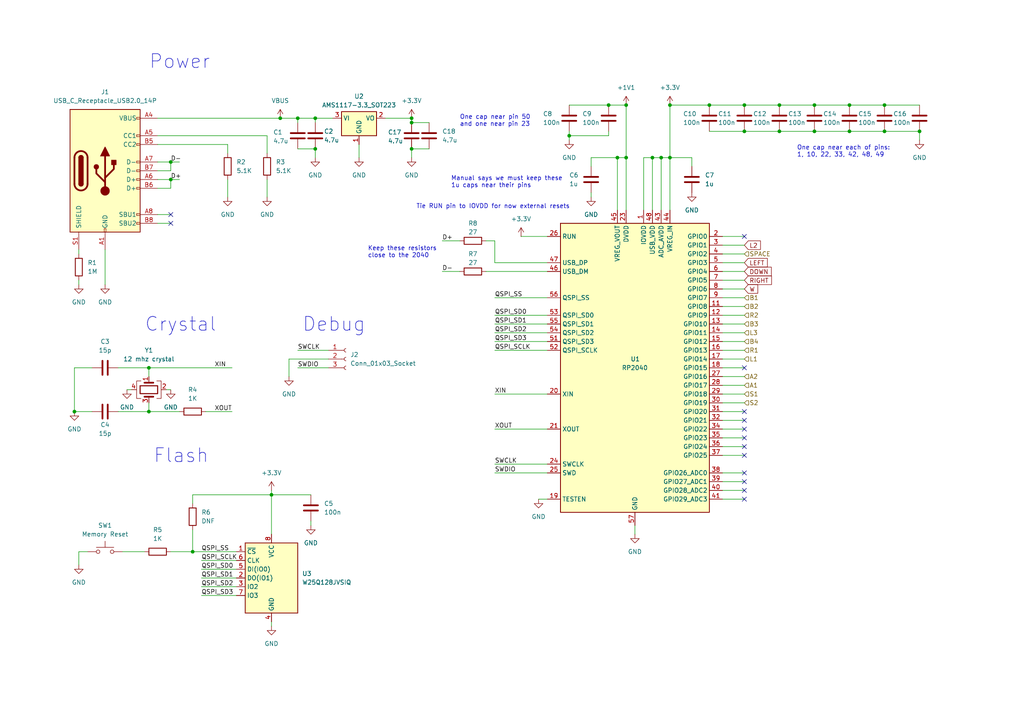
<source format=kicad_sch>
(kicad_sch (version 20231120) (generator "eeschema") (generator_version "8.0")
  (paper "A4")
  (lib_symbols
    (symbol "+3.3V_1" (power) (pin_numbers hide) (pin_names (offset 0) hide)
      (property "Value" "+3.3V" (at 0 3.556 0))
      (symbol "+3.3V_1_0_1"
        (polyline (pts (xy -0.762 1.27) (xy 0 2.54)))
        (polyline (pts (xy 0 0) (xy 0 2.54)))
        (polyline (pts (xy 0 2.54) (xy 0.762 1.27)))
      )
      (symbol "+3.3V_1_1_1"
        (pin power_in line (at 0 0 90) (length 0) (name "~") (number "1"))
      )
    )
    (symbol "Connector:Conn_01x03_Socket" (pin_names (offset 1.016) hide)
      (property "Reference" "J" (at 0 5.08 0))
      (property "Value" "Conn_01x03_Socket" (at 0 -5.08 0))
      (symbol "Conn_01x03_Socket_1_1"
        (arc (start 0 -2.032) (mid -0.5058 -2.54) (end 0 -3.048) (stroke (width 0.1524)))
        (polyline (pts (xy -1.27 -2.54) (xy -0.508 -2.54)) (stroke (width 0.1524)))
        (polyline (pts (xy -1.27 0) (xy -0.508 0)) (stroke (width 0.1524)))
        (polyline (pts (xy -1.27 2.54) (xy -0.508 2.54)) (stroke (width 0.1524)))
        (arc (start 0 0.508) (mid -0.5058 0) (end 0 -0.508) (stroke (width 0.1524)))
        (arc (start 0 3.048) (mid -0.5058 2.54) (end 0 2.032) (stroke (width 0.1524)))
        (pin passive line (at -5.08 2.54 0) (length 3.81) (name "Pin_1") (number "1"))
        (pin passive line (at -5.08 0 0) (length 3.81) (name "Pin_2") (number "2"))
        (pin passive line (at -5.08 -2.54 0) (length 3.81) (name "Pin_3") (number "3"))
      )
    )
    (symbol "Connector:USB_C_Receptacle_USB2.0_16P" (pin_names (offset 1.016))
      (property "Reference" "J" (at 0 22.225 0))
      (property "Value" "USB_C_Receptacle_USB2.0_16P" (at 0 19.685 0))
      (symbol "USB_C_Receptacle_USB2.0_16P_0_0"
        (rectangle (start -0.254 -17.78) (end 0.254 -16.764))
        (rectangle (start 10.16 -14.986) (end 9.144 -15.494))
        (rectangle (start 10.16 -12.446) (end 9.144 -12.954))
        (rectangle (start 10.16 -4.826) (end 9.144 -5.334))
        (rectangle (start 10.16 -2.286) (end 9.144 -2.794))
        (rectangle (start 10.16 0.254) (end 9.144 -0.254))
        (rectangle (start 10.16 2.794) (end 9.144 2.286))
        (rectangle (start 10.16 7.874) (end 9.144 7.366))
        (rectangle (start 10.16 10.414) (end 9.144 9.906))
        (rectangle (start 10.16 15.494) (end 9.144 14.986))
      )
      (symbol "USB_C_Receptacle_USB2.0_16P_0_1"
        (rectangle (start -10.16 17.78) (end 10.16 -17.78) (stroke (width 0.254)) (fill (type background)))
        (arc (start -8.89 -3.81) (mid -6.985 -5.7067) (end -5.08 -3.81) (stroke (width 0.508)))
        (arc (start -7.62 -3.81) (mid -6.985 -4.4423) (end -6.35 -3.81) (stroke (width 0.254)))
        (arc (start -7.62 -3.81) (mid -6.985 -4.4423) (end -6.35 -3.81) (stroke (width 0.254)) (fill (type outline)))
        (rectangle (start -7.62 -3.81) (end -6.35 3.81) (stroke (width 0.254)) (fill (type outline)))
        (arc (start -6.35 3.81) (mid -6.985 4.4423) (end -7.62 3.81) (stroke (width 0.254)))
        (arc (start -6.35 3.81) (mid -6.985 4.4423) (end -7.62 3.81) (stroke (width 0.254)) (fill (type outline)))
        (arc (start -5.08 3.81) (mid -6.985 5.7067) (end -8.89 3.81) (stroke (width 0.508)))
        (circle (center -2.54 1.143) (radius 0.635) (stroke (width 0.254)) (fill (type outline)))
        (circle (center 0 -5.842) (radius 1.27) (fill (type outline)))
        (polyline (pts (xy -8.89 -3.81) (xy -8.89 3.81)) (stroke (width 0.508)))
        (polyline (pts (xy -5.08 3.81) (xy -5.08 -3.81)) (stroke (width 0.508)))
        (polyline (pts (xy 0 -5.842) (xy 0 4.318)) (stroke (width 0.508)))
        (polyline (pts (xy 0 -3.302) (xy -2.54 -0.762) (xy -2.54 0.508)) (stroke (width 0.508)))
        (polyline (pts (xy 0 -2.032) (xy 2.54 0.508) (xy 2.54 1.778)) (stroke (width 0.508)))
        (polyline (pts (xy -1.27 4.318) (xy 0 6.858) (xy 1.27 4.318) (xy -1.27 4.318)) (stroke (width 0.254)) (fill (type outline)))
        (rectangle (start 1.905 1.778) (end 3.175 3.048) (stroke (width 0.254)) (fill (type outline)))
      )
      (symbol "USB_C_Receptacle_USB2.0_16P_1_1"
        (pin passive line (at 0 -22.86 90) (length 5.08) (name "GND") (number "A1"))
        (pin passive line (at 0 -22.86 90) (length 5.08) hide (name "GND") (number "A12"))
        (pin passive line (at 15.24 15.24 180) (length 5.08) (name "VBUS") (number "A4"))
        (pin bidirectional line (at 15.24 10.16 180) (length 5.08) (name "CC1") (number "A5"))
        (pin bidirectional line (at 15.24 -2.54 180) (length 5.08) (name "D+") (number "A6"))
        (pin bidirectional line (at 15.24 2.54 180) (length 5.08) (name "D-") (number "A7"))
        (pin bidirectional line (at 15.24 -12.7 180) (length 5.08) (name "SBU1") (number "A8"))
        (pin passive line (at 15.24 15.24 180) (length 5.08) hide (name "VBUS") (number "A9"))
        (pin passive line (at 0 -22.86 90) (length 5.08) hide (name "GND") (number "B1"))
        (pin passive line (at 0 -22.86 90) (length 5.08) hide (name "GND") (number "B12"))
        (pin passive line (at 15.24 15.24 180) (length 5.08) hide (name "VBUS") (number "B4"))
        (pin bidirectional line (at 15.24 7.62 180) (length 5.08) (name "CC2") (number "B5"))
        (pin bidirectional line (at 15.24 -5.08 180) (length 5.08) (name "D+") (number "B6"))
        (pin bidirectional line (at 15.24 0 180) (length 5.08) (name "D-") (number "B7"))
        (pin bidirectional line (at 15.24 -15.24 180) (length 5.08) (name "SBU2") (number "B8"))
        (pin passive line (at 15.24 15.24 180) (length 5.08) hide (name "VBUS") (number "B9"))
        (pin passive line (at -7.62 -22.86 90) (length 5.08) (name "SHIELD") (number "S1"))
      )
    )
    (symbol "Device:C" (pin_numbers hide) (pin_names (offset 0.254))
      (property "Reference" "C" (at 0.635 2.54 0))
      (property "Value" "C" (at 0.635 -2.54 0))
      (symbol "C_0_1"
        (polyline (pts (xy -2.032 -0.762) (xy 2.032 -0.762)) (stroke (width 0.508)))
        (polyline (pts (xy -2.032 0.762) (xy 2.032 0.762)) (stroke (width 0.508)))
      )
      (symbol "C_1_1"
        (pin passive line (at 0 3.81 270) (length 2.794) (name "~") (number "1"))
        (pin passive line (at 0 -3.81 90) (length 2.794) (name "~") (number "2"))
      )
    )
    (symbol "Device:Crystal_GND24" (pin_names (offset 1.016) hide)
      (property "Reference" "Y" (at 3.175 5.08 0))
      (property "Value" "Crystal_GND24" (at 3.175 3.175 0))
      (symbol "Crystal_GND24_0_1"
        (rectangle (start -1.143 2.54) (end 1.143 -2.54) (stroke (width 0.3048)))
        (polyline (pts (xy -2.54 0) (xy -2.032 0)))
        (polyline (pts (xy -2.032 -1.27) (xy -2.032 1.27)) (stroke (width 0.508)))
        (polyline (pts (xy 0 -3.81) (xy 0 -3.556)))
        (polyline (pts (xy 0 3.556) (xy 0 3.81)))
        (polyline (pts (xy 2.032 -1.27) (xy 2.032 1.27)) (stroke (width 0.508)))
        (polyline (pts (xy 2.032 0) (xy 2.54 0)))
        (polyline (pts (xy -2.54 -2.286) (xy -2.54 -3.556) (xy 2.54 -3.556) (xy 2.54 -2.286)))
        (polyline (pts (xy -2.54 2.286) (xy -2.54 3.556) (xy 2.54 3.556) (xy 2.54 2.286)))
      )
      (symbol "Crystal_GND24_1_1"
        (pin passive line (at -3.81 0 0) (length 1.27) (name "1") (number "1"))
        (pin passive line (at 0 5.08 270) (length 1.27) (name "2") (number "2"))
        (pin passive line (at 3.81 0 180) (length 1.27) (name "3") (number "3"))
        (pin passive line (at 0 -5.08 90) (length 1.27) (name "4") (number "4"))
      )
    )
    (symbol "Device:R" (pin_numbers hide) (pin_names (offset 0))
      (property "Reference" "R" (at 2.032 0 90))
      (property "Value" "R" (at 0 0 90))
      (symbol "R_0_1"
        (rectangle (start -1.016 -2.54) (end 1.016 2.54) (stroke (width 0.254)))
      )
      (symbol "R_1_1"
        (pin passive line (at 0 3.81 270) (length 1.27) (name "~") (number "1"))
        (pin passive line (at 0 -3.81 90) (length 1.27) (name "~") (number "2"))
      )
    )
    (symbol "MCU_RaspberryPi:RP2040"
      (property "Reference" "U" (at 17.78 45.72 0))
      (property "Value" "RP2040" (at 17.78 43.18 0))
      (symbol "RP2040_0_1"
        (rectangle (start -21.59 41.91) (end 21.59 -41.91) (stroke (width 0.254)) (fill (type background)))
      )
      (symbol "RP2040_1_1"
        (pin power_in line (at 2.54 45.72 270) (length 3.81) (name "IOVDD") (number "1"))
        (pin passive line (at 2.54 45.72 270) (length 3.81) hide (name "IOVDD") (number "10"))
        (pin bidirectional line (at 25.4 17.78 180) (length 3.81) (name "GPIO8") (number "11"))
        (pin bidirectional line (at 25.4 15.24 180) (length 3.81) (name "GPIO9") (number "12"))
        (pin bidirectional line (at 25.4 12.7 180) (length 3.81) (name "GPIO10") (number "13"))
        (pin bidirectional line (at 25.4 10.16 180) (length 3.81) (name "GPIO11") (number "14"))
        (pin bidirectional line (at 25.4 7.62 180) (length 3.81) (name "GPIO12") (number "15"))
        (pin bidirectional line (at 25.4 5.08 180) (length 3.81) (name "GPIO13") (number "16"))
        (pin bidirectional line (at 25.4 2.54 180) (length 3.81) (name "GPIO14") (number "17"))
        (pin bidirectional line (at 25.4 0 180) (length 3.81) (name "GPIO15") (number "18"))
        (pin input line (at -25.4 -38.1 0) (length 3.81) (name "TESTEN") (number "19"))
        (pin bidirectional line (at 25.4 38.1 180) (length 3.81) (name "GPIO0") (number "2"))
        (pin input line (at -25.4 -7.62 0) (length 3.81) (name "XIN") (number "20"))
        (pin passive line (at -25.4 -17.78 0) (length 3.81) (name "XOUT") (number "21"))
        (pin passive line (at 2.54 45.72 270) (length 3.81) hide (name "IOVDD") (number "22"))
        (pin power_in line (at -2.54 45.72 270) (length 3.81) (name "DVDD") (number "23"))
        (pin input line (at -25.4 -27.94 0) (length 3.81) (name "SWCLK") (number "24"))
        (pin bidirectional line (at -25.4 -30.48 0) (length 3.81) (name "SWD") (number "25"))
        (pin input line (at -25.4 38.1 0) (length 3.81) (name "RUN") (number "26"))
        (pin bidirectional line (at 25.4 -2.54 180) (length 3.81) (name "GPIO16") (number "27"))
        (pin bidirectional line (at 25.4 -5.08 180) (length 3.81) (name "GPIO17") (number "28"))
        (pin bidirectional line (at 25.4 -7.62 180) (length 3.81) (name "GPIO18") (number "29"))
        (pin bidirectional line (at 25.4 35.56 180) (length 3.81) (name "GPIO1") (number "3"))
        (pin bidirectional line (at 25.4 -10.16 180) (length 3.81) (name "GPIO19") (number "30"))
        (pin bidirectional line (at 25.4 -12.7 180) (length 3.81) (name "GPIO20") (number "31"))
        (pin bidirectional line (at 25.4 -15.24 180) (length 3.81) (name "GPIO21") (number "32"))
        (pin passive line (at 2.54 45.72 270) (length 3.81) hide (name "IOVDD") (number "33"))
        (pin bidirectional line (at 25.4 -17.78 180) (length 3.81) (name "GPIO22") (number "34"))
        (pin bidirectional line (at 25.4 -20.32 180) (length 3.81) (name "GPIO23") (number "35"))
        (pin bidirectional line (at 25.4 -22.86 180) (length 3.81) (name "GPIO24") (number "36"))
        (pin bidirectional line (at 25.4 -25.4 180) (length 3.81) (name "GPIO25") (number "37"))
        (pin bidirectional line (at 25.4 -30.48 180) (length 3.81) (name "GPIO26_ADC0") (number "38"))
        (pin bidirectional line (at 25.4 -33.02 180) (length 3.81) (name "GPIO27_ADC1") (number "39"))
        (pin bidirectional line (at 25.4 33.02 180) (length 3.81) (name "GPIO2") (number "4"))
        (pin bidirectional line (at 25.4 -35.56 180) (length 3.81) (name "GPIO28_ADC2") (number "40"))
        (pin bidirectional line (at 25.4 -38.1 180) (length 3.81) (name "GPIO29_ADC3") (number "41"))
        (pin passive line (at 2.54 45.72 270) (length 3.81) hide (name "IOVDD") (number "42"))
        (pin power_in line (at 7.62 45.72 270) (length 3.81) (name "ADC_AVDD") (number "43"))
        (pin power_in line (at 10.16 45.72 270) (length 3.81) (name "VREG_IN") (number "44"))
        (pin power_out line (at -5.08 45.72 270) (length 3.81) (name "VREG_VOUT") (number "45"))
        (pin bidirectional line (at -25.4 27.94 0) (length 3.81) (name "USB_DM") (number "46"))
        (pin bidirectional line (at -25.4 30.48 0) (length 3.81) (name "USB_DP") (number "47"))
        (pin power_in line (at 5.08 45.72 270) (length 3.81) (name "USB_VDD") (number "48"))
        (pin passive line (at 2.54 45.72 270) (length 3.81) hide (name "IOVDD") (number "49"))
        (pin bidirectional line (at 25.4 30.48 180) (length 3.81) (name "GPIO3") (number "5"))
        (pin passive line (at -2.54 45.72 270) (length 3.81) hide (name "DVDD") (number "50"))
        (pin bidirectional line (at -25.4 7.62 0) (length 3.81) (name "QSPI_SD3") (number "51"))
        (pin output line (at -25.4 5.08 0) (length 3.81) (name "QSPI_SCLK") (number "52"))
        (pin bidirectional line (at -25.4 15.24 0) (length 3.81) (name "QSPI_SD0") (number "53"))
        (pin bidirectional line (at -25.4 10.16 0) (length 3.81) (name "QSPI_SD2") (number "54"))
        (pin bidirectional line (at -25.4 12.7 0) (length 3.81) (name "QSPI_SD1") (number "55"))
        (pin bidirectional line (at -25.4 20.32 0) (length 3.81) (name "QSPI_SS") (number "56"))
        (pin power_in line (at 0 -45.72 90) (length 3.81) (name "GND") (number "57"))
        (pin bidirectional line (at 25.4 27.94 180) (length 3.81) (name "GPIO4") (number "6"))
        (pin bidirectional line (at 25.4 25.4 180) (length 3.81) (name "GPIO5") (number "7"))
        (pin bidirectional line (at 25.4 22.86 180) (length 3.81) (name "GPIO6") (number "8"))
        (pin bidirectional line (at 25.4 20.32 180) (length 3.81) (name "GPIO7") (number "9"))
      )
    )
    (symbol "Memory_Flash:W25Q32JVSS"
      (property "Reference" "U" (at -6.35 11.43 0))
      (property "Value" "W25Q32JVSS" (at 7.62 11.43 0))
      (symbol "W25Q32JVSS_0_1"
        (rectangle (start -7.62 10.16) (end 7.62 -10.16) (stroke (width 0.254)) (fill (type background)))
      )
      (symbol "W25Q32JVSS_1_1"
        (pin input line (at -10.16 7.62 0) (length 2.54) (name "~{CS}") (number "1"))
        (pin bidirectional line (at -10.16 0 0) (length 2.54) (name "DO(IO1)") (number "2"))
        (pin bidirectional line (at -10.16 -2.54 0) (length 2.54) (name "IO2") (number "3"))
        (pin power_in line (at 0 -12.7 90) (length 2.54) (name "GND") (number "4"))
        (pin bidirectional line (at -10.16 2.54 0) (length 2.54) (name "DI(IO0)") (number "5"))
        (pin input line (at -10.16 5.08 0) (length 2.54) (name "CLK") (number "6"))
        (pin bidirectional line (at -10.16 -5.08 0) (length 2.54) (name "IO3") (number "7"))
        (pin power_in line (at 0 12.7 270) (length 2.54) (name "VCC") (number "8"))
      )
    )
    (symbol "Regulator_Linear:NCP1117-3.3_SOT223"
      (property "Reference" "U" (at -3.81 3.175 0))
      (property "Value" "NCP1117-3.3_SOT223" (at 0 3.175 0))
      (symbol "NCP1117-3.3_SOT223_0_1"
        (rectangle (start -5.08 -5.08) (end 5.08 1.905) (stroke (width 0.254)) (fill (type background)))
      )
      (symbol "NCP1117-3.3_SOT223_1_1"
        (pin power_in line (at 0 -7.62 90) (length 2.54) (name "GND") (number "1"))
        (pin power_out line (at 7.62 0 180) (length 2.54) (name "VO") (number "2"))
        (pin power_in line (at -7.62 0 0) (length 2.54) (name "VI") (number "3"))
      )
    )
    (symbol "Switch:SW_Push" (pin_numbers hide) (pin_names (offset 1.016) hide)
      (property "Reference" "SW" (at 1.27 2.54 0))
      (property "Value" "SW_Push" (at 0 -1.524 0))
      (symbol "SW_Push_0_1"
        (circle (center -2.032 0) (radius 0.508))
        (polyline (pts (xy 0 1.27) (xy 0 3.048)))
        (polyline (pts (xy 2.54 1.27) (xy -2.54 1.27)))
        (circle (center 2.032 0) (radius 0.508))
        (pin passive line (at -5.08 0 0) (length 2.54) (name "1") (number "1"))
        (pin passive line (at 5.08 0 180) (length 2.54) (name "2") (number "2"))
      )
    )
    (symbol "power:+1V1" (power) (pin_names (offset 0))
      (property "Value" "+1V1" (at 0 3.556 0))
      (symbol "+1V1_0_1"
        (polyline (pts (xy -0.762 1.27) (xy 0 2.54)))
        (polyline (pts (xy 0 0) (xy 0 2.54)))
        (polyline (pts (xy 0 2.54) (xy 0.762 1.27)))
      )
      (symbol "+1V1_1_1"
        (pin power_in line (at 0 0 90) (length 0) hide (name "+1V1") (number "1"))
      )
    )
    (symbol "power:+3.3V" (power) (pin_names (offset 0))
      (property "Value" "+3.3V" (at 0 3.556 0))
      (symbol "+3.3V_0_1"
        (polyline (pts (xy -0.762 1.27) (xy 0 2.54)))
        (polyline (pts (xy 0 0) (xy 0 2.54)))
        (polyline (pts (xy 0 2.54) (xy 0.762 1.27)))
      )
      (symbol "+3.3V_1_1"
        (pin power_in line (at 0 0 90) (length 0) hide (name "+3.3V") (number "1"))
      )
    )
    (symbol "power:GND" (power) (pin_names (offset 0))
      (property "Value" "GND" (at 0 -3.81 0))
      (symbol "GND_0_1"
        (polyline (pts (xy 0 0) (xy 0 -1.27) (xy 1.27 -1.27) (xy 0 -2.54) (xy -1.27 -1.27) (xy 0 -1.27)))
      )
      (symbol "GND_1_1"
        (pin power_in line (at 0 0 270) (length 0) hide (name "GND") (number "1"))
      )
    )
    (symbol "power:VBUS" (power) (pin_names (offset 0))
      (property "Value" "VBUS" (at 0 3.81 0))
      (symbol "VBUS_0_1"
        (polyline (pts (xy -0.762 1.27) (xy 0 2.54)))
        (polyline (pts (xy 0 0) (xy 0 2.54)))
        (polyline (pts (xy 0 2.54) (xy 0.762 1.27)))
      )
      (symbol "VBUS_1_1"
        (pin power_in line (at 0 0 90) (length 0) hide (name "VBUS") (number "1"))
      )
    )
  )
  (junction (at 181.61 30.48))
  (junction (at 236.22 38.1))
  (junction (at 194.31 45.72))
  (junction (at 266.7 38.1))
  (junction (at 49.53 46.99))
  (junction (at 246.38 30.48))
  (junction (at 181.61 45.72))
  (junction (at 226.06 30.48))
  (junction (at 21.59 119.38))
  (junction (at 91.44 34.29))
  (junction (at 191.77 45.72))
  (junction (at 91.44 43.18))
  (junction (at 179.07 45.72))
  (junction (at 256.54 38.1))
  (junction (at 226.06 38.1))
  (junction (at 205.74 30.48))
  (junction (at 81.28 34.29))
  (junction (at 246.38 38.1))
  (junction (at 194.31 30.48))
  (junction (at 236.22 30.48))
  (junction (at 43.18 119.38))
  (junction (at 189.23 45.72))
  (junction (at 119.38 34.29))
  (junction (at 119.38 43.18))
  (junction (at 49.53 52.07))
  (junction (at 55.88 160.02))
  (junction (at 176.53 30.48))
  (junction (at 215.9 30.48))
  (junction (at 119.38 35.56))
  (junction (at 78.74 143.51))
  (junction (at 215.9 38.1))
  (junction (at 43.18 106.68))
  (junction (at 256.54 30.48))
  (junction (at 165.1 39.37))
  (junction (at 86.36 34.29))
  (no_connect (at 215.9 144.78))
  (no_connect (at 49.53 64.77))
  (no_connect (at 215.9 139.7))
  (no_connect (at 215.9 129.54))
  (no_connect (at 215.9 124.46))
  (no_connect (at 215.9 106.68))
  (no_connect (at 215.9 142.24))
  (no_connect (at 215.9 121.92))
  (no_connect (at 215.9 127))
  (no_connect (at 215.9 132.08))
  (no_connect (at 215.9 137.16))
  (no_connect (at 215.9 68.58))
  (no_connect (at 215.9 119.38))
  (no_connect (at 49.53 62.23))
  (wire (pts (xy 246.38 30.48) (xy 256.54 30.48)))
  (wire (pts (xy 209.55 139.7) (xy 215.9 139.7)))
  (wire (pts (xy 119.38 43.18) (xy 124.46 43.18)))
  (wire (pts (xy 58.42 167.64) (xy 68.58 167.64)))
  (wire (pts (xy 165.1 39.37) (xy 165.1 40.64)))
  (wire (pts (xy 143.51 134.62) (xy 158.75 134.62)))
  (wire (pts (xy 119.38 35.56) (xy 119.38 34.29)))
  (wire (pts (xy 78.74 180.34) (xy 78.74 181.61)))
  (wire (pts (xy 143.51 86.36) (xy 158.75 86.36)))
  (wire (pts (xy 34.29 106.68) (xy 43.18 106.68)))
  (wire (pts (xy 49.53 49.53) (xy 49.53 46.99)))
  (wire (pts (xy 176.53 38.1) (xy 176.53 39.37)))
  (wire (pts (xy 104.14 41.91) (xy 104.14 45.72)))
  (wire (pts (xy 91.44 43.18) (xy 91.44 45.72)))
  (wire (pts (xy 143.51 114.3) (xy 158.75 114.3)))
  (wire (pts (xy 209.55 101.6) (xy 215.9 101.6)))
  (wire (pts (xy 140.97 78.74) (xy 158.75 78.74)))
  (wire (pts (xy 189.23 45.72) (xy 191.77 45.72)))
  (wire (pts (xy 45.72 54.61) (xy 49.53 54.61)))
  (wire (pts (xy 143.51 99.06) (xy 158.75 99.06)))
  (wire (pts (xy 158.75 76.2) (xy 143.51 76.2)))
  (wire (pts (xy 45.72 49.53) (xy 49.53 49.53)))
  (wire (pts (xy 128.27 69.85) (xy 133.35 69.85)))
  (wire (pts (xy 45.72 64.77) (xy 49.53 64.77)))
  (wire (pts (xy 77.47 52.07) (xy 77.47 57.15)))
  (wire (pts (xy 156.21 144.78) (xy 158.75 144.78)))
  (wire (pts (xy 34.29 119.38) (xy 43.18 119.38)))
  (wire (pts (xy 209.55 119.38) (xy 215.9 119.38)))
  (wire (pts (xy 209.55 144.78) (xy 215.9 144.78)))
  (wire (pts (xy 256.54 38.1) (xy 266.7 38.1)))
  (wire (pts (xy 194.31 45.72) (xy 194.31 60.96)))
  (wire (pts (xy 209.55 104.14) (xy 215.9 104.14)))
  (wire (pts (xy 209.55 71.12) (xy 215.9 71.12)))
  (wire (pts (xy 43.18 119.38) (xy 52.07 119.38)))
  (wire (pts (xy 66.04 52.07) (xy 66.04 57.15)))
  (wire (pts (xy 45.72 52.07) (xy 49.53 52.07)))
  (wire (pts (xy 91.44 34.29) (xy 91.44 35.56)))
  (wire (pts (xy 209.55 111.76) (xy 215.9 111.76)))
  (wire (pts (xy 209.55 121.92) (xy 215.9 121.92)))
  (wire (pts (xy 186.69 45.72) (xy 189.23 45.72)))
  (wire (pts (xy 209.55 106.68) (xy 215.9 106.68)))
  (wire (pts (xy 95.25 104.14) (xy 83.82 104.14)))
  (wire (pts (xy 86.36 34.29) (xy 91.44 34.29)))
  (wire (pts (xy 119.38 43.18) (xy 119.38 45.72)))
  (wire (pts (xy 66.04 41.91) (xy 66.04 44.45)))
  (wire (pts (xy 194.31 30.48) (xy 194.31 45.72)))
  (wire (pts (xy 209.55 73.66) (xy 215.9 73.66)))
  (wire (pts (xy 45.72 39.37) (xy 77.47 39.37)))
  (wire (pts (xy 181.61 30.48) (xy 181.61 45.72)))
  (wire (pts (xy 86.36 34.29) (xy 86.36 35.56)))
  (wire (pts (xy 181.61 45.72) (xy 181.61 60.96)))
  (wire (pts (xy 35.56 160.02) (xy 41.91 160.02)))
  (wire (pts (xy 209.55 68.58) (xy 215.9 68.58)))
  (wire (pts (xy 209.55 109.22) (xy 215.9 109.22)))
  (wire (pts (xy 143.51 93.98) (xy 158.75 93.98)))
  (wire (pts (xy 194.31 45.72) (xy 200.66 45.72)))
  (wire (pts (xy 143.51 137.16) (xy 158.75 137.16)))
  (wire (pts (xy 209.55 86.36) (xy 215.9 86.36)))
  (wire (pts (xy 209.55 78.74) (xy 215.9 78.74)))
  (wire (pts (xy 143.51 69.85) (xy 143.51 76.2)))
  (wire (pts (xy 143.51 101.6) (xy 158.75 101.6)))
  (wire (pts (xy 165.1 39.37) (xy 176.53 39.37)))
  (wire (pts (xy 179.07 45.72) (xy 179.07 60.96)))
  (wire (pts (xy 226.06 38.1) (xy 236.22 38.1)))
  (wire (pts (xy 209.55 81.28) (xy 215.9 81.28)))
  (wire (pts (xy 209.55 83.82) (xy 215.9 83.82)))
  (wire (pts (xy 78.74 142.24) (xy 78.74 143.51)))
  (wire (pts (xy 151.13 68.58) (xy 158.75 68.58)))
  (wire (pts (xy 256.54 30.48) (xy 266.7 30.48)))
  (wire (pts (xy 189.23 45.72) (xy 189.23 60.96)))
  (wire (pts (xy 209.55 114.3) (xy 215.9 114.3)))
  (wire (pts (xy 45.72 46.99) (xy 49.53 46.99)))
  (wire (pts (xy 21.59 106.68) (xy 26.67 106.68)))
  (wire (pts (xy 83.82 104.14) (xy 83.82 109.22)))
  (wire (pts (xy 49.53 54.61) (xy 49.53 52.07)))
  (wire (pts (xy 43.18 119.38) (xy 43.18 116.84)))
  (wire (pts (xy 215.9 38.1) (xy 226.06 38.1)))
  (wire (pts (xy 158.75 124.46) (xy 143.51 124.46)))
  (wire (pts (xy 165.1 30.48) (xy 176.53 30.48)))
  (wire (pts (xy 215.9 30.48) (xy 226.06 30.48)))
  (wire (pts (xy 22.86 160.02) (xy 25.4 160.02)))
  (wire (pts (xy 49.53 46.99) (xy 52.07 46.99)))
  (wire (pts (xy 184.15 152.4) (xy 184.15 154.94)))
  (wire (pts (xy 22.86 81.28) (xy 22.86 82.55)))
  (wire (pts (xy 209.55 99.06) (xy 215.9 99.06)))
  (wire (pts (xy 128.27 78.74) (xy 133.35 78.74)))
  (wire (pts (xy 21.59 119.38) (xy 26.67 119.38)))
  (wire (pts (xy 179.07 45.72) (xy 171.45 45.72)))
  (wire (pts (xy 91.44 34.29) (xy 96.52 34.29)))
  (wire (pts (xy 48.26 113.03) (xy 49.53 113.03)))
  (wire (pts (xy 266.7 38.1) (xy 266.7 40.64)))
  (wire (pts (xy 78.74 143.51) (xy 78.74 154.94)))
  (wire (pts (xy 209.55 116.84) (xy 215.9 116.84)))
  (wire (pts (xy 45.72 62.23) (xy 49.53 62.23)))
  (wire (pts (xy 30.48 72.39) (xy 30.48 82.55)))
  (wire (pts (xy 58.42 165.1) (xy 68.58 165.1)))
  (wire (pts (xy 181.61 45.72) (xy 179.07 45.72)))
  (wire (pts (xy 209.55 88.9) (xy 215.9 88.9)))
  (wire (pts (xy 36.83 113.03) (xy 38.1 113.03)))
  (wire (pts (xy 49.53 52.07) (xy 52.07 52.07)))
  (wire (pts (xy 209.55 76.2) (xy 215.9 76.2)))
  (wire (pts (xy 209.55 142.24) (xy 215.9 142.24)))
  (wire (pts (xy 49.53 160.02) (xy 55.88 160.02)))
  (wire (pts (xy 45.72 34.29) (xy 81.28 34.29)))
  (wire (pts (xy 143.51 91.44) (xy 158.75 91.44)))
  (wire (pts (xy 143.51 96.52) (xy 158.75 96.52)))
  (wire (pts (xy 86.36 43.18) (xy 91.44 43.18)))
  (wire (pts (xy 140.97 69.85) (xy 143.51 69.85)))
  (wire (pts (xy 55.88 143.51) (xy 78.74 143.51)))
  (wire (pts (xy 191.77 45.72) (xy 194.31 45.72)))
  (wire (pts (xy 209.55 93.98) (xy 215.9 93.98)))
  (wire (pts (xy 209.55 124.46) (xy 215.9 124.46)))
  (wire (pts (xy 90.17 151.13) (xy 90.17 152.4)))
  (wire (pts (xy 22.86 160.02) (xy 22.86 163.83)))
  (wire (pts (xy 119.38 35.56) (xy 124.46 35.56)))
  (wire (pts (xy 209.55 132.08) (xy 215.9 132.08)))
  (wire (pts (xy 58.42 172.72) (xy 68.58 172.72)))
  (wire (pts (xy 236.22 38.1) (xy 246.38 38.1)))
  (wire (pts (xy 43.18 106.68) (xy 43.18 109.22)))
  (wire (pts (xy 43.18 106.68) (xy 67.31 106.68)))
  (wire (pts (xy 236.22 30.48) (xy 246.38 30.48)))
  (wire (pts (xy 165.1 38.1) (xy 165.1 39.37)))
  (wire (pts (xy 81.28 34.29) (xy 86.36 34.29)))
  (wire (pts (xy 226.06 30.48) (xy 236.22 30.48)))
  (wire (pts (xy 186.69 60.96) (xy 186.69 45.72)))
  (wire (pts (xy 21.59 119.38) (xy 21.59 106.68)))
  (wire (pts (xy 45.72 41.91) (xy 66.04 41.91)))
  (wire (pts (xy 55.88 146.05) (xy 55.88 143.51)))
  (wire (pts (xy 58.42 162.56) (xy 68.58 162.56)))
  (wire (pts (xy 58.42 170.18) (xy 68.58 170.18)))
  (wire (pts (xy 22.86 72.39) (xy 22.86 73.66)))
  (wire (pts (xy 209.55 127) (xy 215.9 127)))
  (wire (pts (xy 86.36 101.6) (xy 95.25 101.6)))
  (wire (pts (xy 200.66 48.26) (xy 200.66 45.72)))
  (wire (pts (xy 55.88 160.02) (xy 68.58 160.02)))
  (wire (pts (xy 209.55 137.16) (xy 215.9 137.16)))
  (wire (pts (xy 55.88 153.67) (xy 55.88 160.02)))
  (wire (pts (xy 171.45 55.88) (xy 171.45 57.15)))
  (wire (pts (xy 86.36 106.68) (xy 95.25 106.68)))
  (wire (pts (xy 246.38 38.1) (xy 256.54 38.1)))
  (wire (pts (xy 176.53 30.48) (xy 181.61 30.48)))
  (wire (pts (xy 78.74 143.51) (xy 90.17 143.51)))
  (wire (pts (xy 205.74 30.48) (xy 215.9 30.48)))
  (wire (pts (xy 191.77 45.72) (xy 191.77 60.96)))
  (wire (pts (xy 209.55 91.44) (xy 215.9 91.44)))
  (wire (pts (xy 59.69 119.38) (xy 67.31 119.38)))
  (wire (pts (xy 194.31 30.48) (xy 205.74 30.48)))
  (wire (pts (xy 171.45 45.72) (xy 171.45 48.26)))
  (wire (pts (xy 209.55 96.52) (xy 215.9 96.52)))
  (wire (pts (xy 209.55 129.54) (xy 215.9 129.54)))
  (wire (pts (xy 205.74 38.1) (xy 215.9 38.1)))
  (wire (pts (xy 77.47 39.37) (xy 77.47 44.45)))
  (wire (pts (xy 111.76 34.29) (xy 119.38 34.29)))
  (text "Crystal" (at 41.91 96.52 0) (effects (font (size 4 4)) (justify left bottom)))
  (text "Keep these resistors\nclose to the 2040" (at 106.68 74.93 0) (effects (font (size 1.27 1.27)) (justify left bottom)))
  (text "Flash" (at 44.45 134.62 0) (effects (font (size 4 4)) (justify left bottom)))
  (text "Tie RUN pin to IOVDD for now external resets" (at 143.002 59.944 0) (effects (font (size 1.27 1.27))))
  (text "Debug" (at 87.63 96.52 0) (effects (font (size 4 4)) (justify left bottom)))
  (text "One cap near each of pins:\n1, 10, 22, 33, 42, 48, 49" (at 231.14 45.72 0) (effects (font (size 1.27 1.27)) (justify left bottom)))
  (text "Manual says we must keep these \n1u caps near their pins" (at 130.81 54.61 0) (effects (font (size 1.27 1.27)) (justify left bottom)))
  (text "One cap near pin 50\nand one near pin 23" (at 133.35 36.83 0) (effects (font (size 1.27 1.27)) (justify left bottom)))
  (text "Power" (at 43.18 20.32 0) (effects (font (size 4 4)) (justify left bottom)))
  (label "QSPI_SS" (at 143.51 86.36 0))
  (label "D+" (at 49.53 52.07 0))
  (label "SWCLK" (at 143.51 134.62 0))
  (label "QSPI_SD0" (at 143.51 91.44 0))
  (label "QSPI_SS" (at 58.42 160.02 0))
  (label "D-" (at 49.53 46.99 0))
  (label "QSPI_SD2" (at 58.42 170.18 0))
  (label "QSPI_SD1" (at 58.42 167.64 0))
  (label "XIN" (at 62.23 106.68 0))
  (label "QSPI_SD2" (at 143.51 96.52 0))
  (label "SWDIO" (at 143.51 137.16 0))
  (label "XOUT" (at 62.23 119.38 0))
  (label "SWDIO" (at 86.36 106.68 0))
  (label "QSPI_SD0" (at 58.42 165.1 0))
  (label "D+" (at 128.27 69.85 0))
  (label "QSPI_SCLK" (at 58.42 162.56 0))
  (label "XIN" (at 143.51 114.3 0))
  (label "SWCLK" (at 86.36 101.6 0))
  (label "QSPI_SCLK" (at 143.51 101.6 0))
  (label "QSPI_SD3" (at 58.42 172.72 0))
  (label "D-" (at 128.27 78.74 0))
  (label "QSPI_SD1" (at 143.51 93.98 0))
  (label "XOUT" (at 143.51 124.46 0))
  (label "QSPI_SD3" (at 143.51 99.06 0))
  (global_label "W" (shape input) (at 215.9 83.82 0) (property "Intersheetrefs" "${INTERSHEET_REFS}" (effects (hide yes))))
  (global_label "L2" (shape input) (at 215.9 71.12 0) (property "Intersheetrefs" "${INTERSHEET_REFS}" (effects (hide yes))))
  (global_label "DOWN" (shape input) (at 215.9 78.74 0) (property "Intersheetrefs" "${INTERSHEET_REFS}" (effects (hide yes))))
  (global_label "LEFT" (shape input) (at 215.9 76.2 0) (property "Intersheetrefs" "${INTERSHEET_REFS}" (effects (hide yes))))
  (global_label "RIGHT" (shape input) (at 215.9 81.28 0) (property "Intersheetrefs" "${INTERSHEET_REFS}" (effects (hide yes))))
  (hierarchical_label "B1" (shape input) (at 215.9 86.36 0))
  (hierarchical_label "R2" (shape input) (at 215.9 91.44 0))
  (hierarchical_label "B2" (shape input) (at 215.9 88.9 0))
  (hierarchical_label "S2" (shape input) (at 215.9 116.84 0))
  (hierarchical_label "B3" (shape input) (at 215.9 93.98 0))
  (hierarchical_label "B4" (shape input) (at 215.9 99.06 0))
  (hierarchical_label "R1" (shape input) (at 215.9 101.6 0))
  (hierarchical_label "A1" (shape input) (at 215.9 111.76 0))
  (hierarchical_label "L1" (shape input) (at 215.9 104.14 0))
  (hierarchical_label "S1" (shape input) (at 215.9 114.3 0))
  (hierarchical_label "A2" (shape input) (at 215.9 109.22 0))
  (hierarchical_label "L3" (shape input) (at 215.9 96.52 0))
  (hierarchical_label "SPACE" (shape input) (at 215.9 73.66 0))
  (symbol (lib_id "power:+3.3V") (at 119.38 34.29 0) (unit 1)
    (property "Reference" "#PWR05" (effects (hide yes)))
    (property "Value" "+3.3V" (at 119.38 29.21 0))
  )
  (symbol (lib_id "power:GND") (at 22.86 82.55 0) (unit 1)
    (property "Reference" "#PWR06" (effects (hide yes)))
    (property "Value" "GND" (at 22.86 87.63 0))
  )
  (symbol (lib_id "power:+3.3V") (at 78.74 142.24 0) (unit 1)
    (property "Reference" "#PWR015" (effects (hide yes)))
    (property "Value" "+3.3V" (at 78.74 137.16 0))
  )
  (symbol (lib_id "power:GND") (at 90.17 152.4 0) (unit 1)
    (property "Reference" "#PWR014" (effects (hide yes)))
    (property "Value" "GND" (at 90.17 157.48 0))
  )
  (symbol (lib_id "power:GND") (at 171.45 57.15 0) (unit 1)
    (property "Reference" "#PWR020" (effects (hide yes)))
    (property "Value" "GND" (at 171.45 62.23 0))
  )
  (symbol (lib_id "power:GND") (at 156.21 144.78 0) (unit 1)
    (property "Reference" "#PWR017" (effects (hide yes)))
    (property "Value" "GND" (at 156.21 149.86 0))
  )
  (symbol (lib_id "Device:R") (at 22.86 77.47 0) (unit 1)
    (property "Reference" "R1" (at 25.4 76.2 0) (effects (justify left)))
    (property "Value" "1M" (at 25.4 78.74 0) (effects (justify left)))
    (property "Footprint" "Resistor_SMD:R_0402_1005Metric" (effects (hide yes)))
    (property "LCSC" "C26083" (effects (hide yes)))
  )
  (symbol (lib_id "Device:C") (at 91.44 39.37 0) (unit 1)
    (property "Reference" "C2" (at 93.98 38.1 0) (effects (justify left)))
    (property "Value" "4.7u" (at 93.98 40.64 0) (effects (justify left)))
    (property "Footprint" "Capacitor_SMD:C_0402_1005Metric" (effects (hide yes)))
    (property "LCSC" "C15525" (effects (hide yes)))
  )
  (symbol (lib_id "power:GND") (at 165.1 40.64 0) (unit 1)
    (property "Reference" "#PWR023" (effects (hide yes)))
    (property "Value" "GND" (at 165.1 45.72 0))
  )
  (symbol (lib_id "Device:C") (at 205.74 34.29 0) (unit 1)
    (property "Reference" "C10" (at 198.12 33.02 0) (effects (justify left)))
    (property "Value" "100n" (at 198.12 35.56 0) (effects (justify left)))
    (property "Footprint" "Capacitor_SMD:C_0402_1005Metric" (effects (hide yes)))
    (property "LCSC" "C1525" (effects (hide yes)))
  )
  (symbol (lib_id "Device:R") (at 137.16 69.85 90) (unit 1)
    (property "Reference" "R8" (at 137.16 64.77 90))
    (property "Value" "27" (at 137.16 67.31 90))
    (property "Footprint" "Resistor_SMD:R_0603_1608Metric" (effects (hide yes)))
    (property "LCSC" "C25190" (effects (hide yes)))
  )
  (symbol (lib_id "Device:Crystal_GND24") (at 43.18 113.03 270) (unit 1)
    (property "Reference" "Y1" (at 43.18 101.6 90))
    (property "Value" "12 mhz crystal" (at 43.18 104.14 90))
    (property "Footprint" "Crystal:Crystal_SMD_3225-4Pin_3.2x2.5mm" (effects (hide yes)))
    (property "LCSC" "C9002" (effects (hide yes)))
  )
  (symbol (lib_id "Device:C") (at 246.38 34.29 0) (unit 1)
    (property "Reference" "C14" (at 238.76 33.02 0) (effects (justify left)))
    (property "Value" "100n" (at 238.76 35.56 0) (effects (justify left)))
    (property "Footprint" "Capacitor_SMD:C_0402_1005Metric" (effects (hide yes)))
    (property "LCSC" "C1525" (effects (hide yes)))
  )
  (symbol (lib_id "power:VBUS") (at 81.28 34.29 0) (unit 1)
    (property "Reference" "#PWR04" (effects (hide yes)))
    (property "Value" "VBUS" (at 81.28 29.21 0))
  )
  (symbol (lib_id "Device:C") (at 30.48 106.68 90) (unit 1)
    (property "Reference" "C3" (at 30.48 99.06 90))
    (property "Value" "15p" (at 30.48 101.6 90))
    (property "Footprint" "Capacitor_SMD:C_0402_1005Metric" (effects (hide yes)))
    (property "LCSC" "C1548" (effects (hide yes)))
  )
  (symbol (lib_id "Device:C") (at 200.66 52.07 0) (unit 1)
    (property "Reference" "C7" (at 204.47 50.8 0) (effects (justify left)))
    (property "Value" "1u" (at 204.47 53.34 0) (effects (justify left)))
    (property "Footprint" "Capacitor_SMD:C_0402_1005Metric" (effects (hide yes)))
    (property "LCSC" "C52923" (effects (hide yes)))
  )
  (symbol (lib_id "Device:C") (at 90.17 147.32 0) (unit 1)
    (property "Reference" "C5" (at 93.98 146.05 0) (effects (justify left)))
    (property "Value" "100n" (at 93.98 148.59 0) (effects (justify left)))
    (property "Footprint" "Capacitor_SMD:C_0402_1005Metric" (effects (hide yes)))
    (property "LCSC" "C1525" (effects (hide yes)))
  )
  (symbol (lib_id "power:GND") (at 21.59 119.38 0) (unit 1)
    (property "Reference" "#PWR010" (effects (hide yes)))
    (property "Value" "GND" (at 21.59 124.46 0))
  )
  (symbol (lib_id "Device:R") (at 55.88 119.38 90) (unit 1)
    (property "Reference" "R4" (at 55.88 113.03 90))
    (property "Value" "1K" (at 55.88 115.57 90))
    (property "Footprint" "Resistor_SMD:R_0402_1005Metric" (effects (hide yes)))
    (property "LCSC" "C11702" (effects (hide yes)))
  )
  (symbol (lib_id "Device:C") (at 226.06 34.29 0) (unit 1)
    (property "Reference" "C12" (at 218.44 33.02 0) (effects (justify left)))
    (property "Value" "100n" (at 218.44 35.56 0) (effects (justify left)))
    (property "Footprint" "Capacitor_SMD:C_0402_1005Metric" (effects (hide yes)))
    (property "LCSC" "C1525" (effects (hide yes)))
  )
  (symbol (lib_id "Device:C") (at 86.36 39.37 0) (unit 1)
    (property "Reference" "C1" (at 79.248 38.354 0) (effects (justify left)))
    (property "Value" "4.7u" (at 79.248 40.894 0) (effects (justify left)))
    (property "Footprint" "Capacitor_SMD:C_0402_1005Metric" (effects (hide yes)))
    (property "LCSC" "C15525" (effects (hide yes)))
  )
  (symbol (lib_id "Device:C") (at 119.38 39.37 0) (unit 1)
    (property "Reference" "C17" (at 112.522 38.354 0) (effects (justify left)))
    (property "Value" "4.7u" (at 112.522 40.894 0) (effects (justify left)))
    (property "Footprint" "Capacitor_SMD:C_0402_1005Metric" (effects (hide yes)))
    (property "LCSC" "C15525" (effects (hide yes)))
  )
  (symbol (lib_id "Connector:Conn_01x03_Socket") (at 100.33 104.14 0) (unit 1) (in_bom no)
    (property "Reference" "J2" (at 101.6 102.87 0) (effects (justify left)))
    (property "Value" "Conn_01x03_Socket" (at 101.6 105.41 0) (effects (justify left)))
    (property "Footprint" "Fightstick_Library:Debug_Points" (effects (hide yes)))
  )
  (symbol (lib_id "MCU_RaspberryPi:RP2040") (at 184.15 106.68 0) (unit 1)
    (property "Reference" "U1" (at 182.88 104.14 0) (effects (justify left)))
    (property "Value" "RP2040" (at 180.34 106.68 0) (effects (justify left)))
    (property "Footprint" "Package_DFN_QFN:QFN-56-1EP_7x7mm_P0.4mm_EP3.2x3.2mm" (effects (hide yes)))
    (property "Datasheet" "https://datasheets.raspberrypi.com/rp2040/rp2040-datasheet.pdf" (effects (hide yes)))
    (property "LCSC" "C2040" (effects (hide yes)))
  )
  (symbol (lib_id "Device:C") (at 215.9 34.29 0) (unit 1)
    (property "Reference" "C11" (at 208.28 33.02 0) (effects (justify left)))
    (property "Value" "100n" (at 208.28 35.56 0) (effects (justify left)))
    (property "Footprint" "Capacitor_SMD:C_0402_1005Metric" (effects (hide yes)))
    (property "LCSC" "C1525" (effects (hide yes)))
  )
  (symbol (lib_id "Regulator_Linear:NCP1117-3.3_SOT223") (at 104.14 34.29 0) (unit 1)
    (property "Reference" "U2" (at 104.14 27.94 0))
    (property "Value" "AMS1117-3.3_SOT223" (at 104.14 30.48 0))
    (property "Footprint" "Package_TO_SOT_SMD:SOT-223-3_TabPin2" (effects (hide yes)))
    (property "Datasheet" "http://www.onsemi.com/pub_link/Collateral/NCP1117-D.PDF" (effects (hide yes)))
    (property "LCSC" "C6186" (effects (hide yes)))
  )
  (symbol (lib_id "Device:R") (at 137.16 78.74 90) (unit 1)
    (property "Reference" "R7" (at 137.16 73.66 90))
    (property "Value" "27" (at 137.16 76.2 90))
    (property "Footprint" "Resistor_SMD:R_0603_1608Metric" (effects (hide yes)))
    (property "LCSC" "C25190" (effects (hide yes)))
  )
  (symbol (lib_id "Device:C") (at 236.22 34.29 0) (unit 1)
    (property "Reference" "C13" (at 228.6 33.02 0) (effects (justify left)))
    (property "Value" "100n" (at 228.6 35.56 0) (effects (justify left)))
    (property "Footprint" "Capacitor_SMD:C_0402_1005Metric" (effects (hide yes)))
    (property "LCSC" "C1525" (effects (hide yes)))
  )
  (symbol (lib_id "Connector:USB_C_Receptacle_USB2.0_16P") (at 30.48 49.53 0) (unit 1)
    (property "Reference" "J1" (at 30.48 26.67 0))
    (property "Value" "USB_C_Receptacle_USB2.0_14P" (at 30.48 29.21 0))
    (property "Footprint" "Fightstick_Library:USB_C_Receptacle_U262-161N-4BVC11" (effects (hide yes)))
    (property "Datasheet" "https://www.usb.org/sites/default/files/documents/usb_type-c.zip" (effects (hide yes)))
    (property "Description" "USB 2.0-only 16P Type-C Receptacle connector" (effects (hide yes)))
    (property "LCSC" "C6332272" (effects (hide yes)))
  )
  (symbol (lib_id "power:+3.3V") (at 194.31 30.48 0) (unit 1)
    (property "Reference" "#PWR024" (effects (hide yes)))
    (property "Value" "+3.3V" (at 194.31 25.4 0))
  )
  (symbol (lib_id "power:GND") (at 91.44 45.72 0) (unit 1)
    (property "Reference" "#PWR03" (effects (hide yes)))
    (property "Value" "GND" (at 91.44 50.8 0))
  )
  (symbol (lib_id "power:GND") (at 30.48 82.55 0) (unit 1)
    (property "Reference" "#PWR07" (effects (hide yes)))
    (property "Value" "GND" (at 30.48 87.63 0))
  )
  (symbol (lib_id "Device:C") (at 256.54 34.29 0) (unit 1)
    (property "Reference" "C15" (at 248.92 33.02 0) (effects (justify left)))
    (property "Value" "100n" (at 248.92 35.56 0) (effects (justify left)))
    (property "Footprint" "Capacitor_SMD:C_0402_1005Metric" (effects (hide yes)))
    (property "LCSC" "C1525" (effects (hide yes)))
  )
  (symbol (lib_id "Switch:SW_Push") (at 30.48 160.02 0) (unit 1)
    (property "Reference" "SW1" (at 30.48 152.4 0))
    (property "Value" "Memory Reset" (at 30.48 154.94 0))
    (property "Footprint" "Button_Switch_SMD:SW_SPST_TL3342" (effects (hide yes)))
    (property "Description" "Push button switch, generic, two pins" (effects (hide yes)))
    (property "LCSC" "C318884" (effects (hide yes)))
  )
  (symbol (lib_id "power:GND") (at 77.47 57.15 0) (unit 1)
    (property "Reference" "#PWR09" (effects (hide yes)))
    (property "Value" "GND" (at 77.47 62.23 0))
  )
  (symbol (lib_id "power:GND") (at 266.7 40.64 0) (unit 1)
    (property "Reference" "#PWR025" (effects (hide yes)))
    (property "Value" "GND" (at 266.7 45.72 0))
  )
  (symbol (lib_id "Device:C") (at 176.53 34.29 0) (unit 1)
    (property "Reference" "C9" (at 168.91 33.02 0) (effects (justify left)))
    (property "Value" "100n" (at 168.91 35.56 0) (effects (justify left)))
    (property "Footprint" "Capacitor_SMD:C_0402_1005Metric" (effects (hide yes)))
    (property "LCSC" "C1525" (effects (hide yes)))
  )
  (symbol (lib_id "power:GND") (at 184.15 154.94 0) (unit 1)
    (property "Reference" "#PWR016" (effects (hide yes)))
    (property "Value" "GND" (at 184.15 160.02 0))
  )
  (symbol (lib_id "Device:C") (at 124.46 39.37 0) (unit 1)
    (property "Reference" "C18" (at 128.27 38.0999 0) (effects (justify left)))
    (property "Value" "4.7u" (at 128.27 40.6399 0) (effects (justify left)))
    (property "Footprint" "Capacitor_SMD:C_0402_1005Metric" (effects (hide yes)))
    (property "LCSC" "C15525" (effects (hide yes)))
  )
  (symbol (lib_id "Device:C") (at 165.1 34.29 0) (unit 1)
    (property "Reference" "C8" (at 157.48 33.02 0) (effects (justify left)))
    (property "Value" "100n" (at 157.48 35.56 0) (effects (justify left)))
    (property "Footprint" "Capacitor_SMD:C_0402_1005Metric" (effects (hide yes)))
    (property "LCSC" "C1525" (effects (hide yes)))
  )
  (symbol (lib_id "power:GND") (at 83.82 109.22 0) (unit 1)
    (property "Reference" "#PWR019" (effects (hide yes)))
    (property "Value" "GND" (at 83.82 114.3 0))
  )
  (symbol (lib_id "power:GND") (at 66.04 57.15 0) (unit 1)
    (property "Reference" "#PWR08" (effects (hide yes)))
    (property "Value" "GND" (at 66.04 62.23 0))
  )
  (symbol (lib_id "power:GND") (at 22.86 163.83 0) (unit 1)
    (property "Reference" "#PWR018" (effects (hide yes)))
    (property "Value" "GND" (at 22.86 168.91 0))
  )
  (symbol (lib_id "Device:C") (at 266.7 34.29 0) (unit 1)
    (property "Reference" "C16" (at 259.08 33.02 0) (effects (justify left)))
    (property "Value" "100n" (at 259.08 35.56 0) (effects (justify left)))
    (property "Footprint" "Capacitor_SMD:C_0402_1005Metric" (effects (hide yes)))
    (property "LCSC" "C1525" (effects (hide yes)))
  )
  (symbol (lib_name "+3.3V_1") (lib_id "power:+3.3V") (at 151.13 68.58 0) (unit 1)
    (property "Reference" "#PWR037" (effects (hide yes)))
    (property "Value" "+3.3V" (at 151.13 63.5 0))
    (property "Description" "Power symbol creates a global label with name \"+3.3V\"" (effects (hide yes)))
  )
  (symbol (lib_id "Device:C") (at 30.48 119.38 90) (unit 1)
    (property "Reference" "C4" (at 30.48 123.19 90))
    (property "Value" "15p" (at 30.48 125.73 90))
    (property "Footprint" "Capacitor_SMD:C_0402_1005Metric" (effects (hide yes)))
    (property "LCSC" "C1548" (effects (hide yes)))
  )
  (symbol (lib_id "power:GND") (at 49.53 113.03 0) (unit 1)
    (property "Reference" "#PWR012" (effects (hide yes)))
    (property "Value" "GND" (at 49.53 118.11 0))
  )
  (symbol (lib_id "power:GND") (at 119.38 45.72 0) (unit 1)
    (property "Reference" "#PWR02" (effects (hide yes)))
    (property "Value" "GND" (at 119.38 50.8 0))
  )
  (symbol (lib_id "Device:R") (at 66.04 48.26 0) (unit 1)
    (property "Reference" "R2" (at 68.58 46.99 0) (effects (justify left)))
    (property "Value" "5.1K" (at 68.58 49.53 0) (effects (justify left)))
    (property "Footprint" "Resistor_SMD:R_0402_1005Metric" (effects (hide yes)))
    (property "LCSC" "C25905" (effects (hide yes)))
  )
  (symbol (lib_id "power:GND") (at 78.74 181.61 0) (unit 1)
    (property "Reference" "#PWR013" (effects (hide yes)))
    (property "Value" "GND" (at 78.74 186.69 0))
  )
  (symbol (lib_id "power:GND") (at 36.83 113.03 0) (unit 1)
    (property "Reference" "#PWR011" (effects (hide yes)))
    (property "Value" "GND" (at 36.83 118.11 0))
  )
  (symbol (lib_id "power:GND") (at 200.66 55.88 0) (unit 1)
    (property "Reference" "#PWR021" (effects (hide yes)))
    (property "Value" "GND" (at 200.66 60.96 0))
  )
  (symbol (lib_id "power:GND") (at 104.14 45.72 0) (unit 1)
    (property "Reference" "#PWR01" (effects (hide yes)))
    (property "Value" "GND" (at 104.14 50.8 0))
  )
  (symbol (lib_id "Device:R") (at 77.47 48.26 0) (unit 1)
    (property "Reference" "R3" (at 80.01 46.99 0) (effects (justify left)))
    (property "Value" "5.1K" (at 80.01 49.53 0) (effects (justify left)))
    (property "Footprint" "Resistor_SMD:R_0402_1005Metric" (effects (hide yes)))
    (property "LCSC" "C25905" (effects (hide yes)))
  )
  (symbol (lib_id "power:+1V1") (at 181.61 30.48 0) (unit 1)
    (property "Reference" "#PWR022" (effects (hide yes)))
    (property "Value" "+1V1" (at 181.61 25.4 0))
  )
  (symbol (lib_id "Device:R") (at 55.88 149.86 0) (unit 1) (in_bom no)
    (property "Reference" "R6" (at 58.42 148.59 0) (effects (justify left)))
    (property "Value" "DNF" (at 58.42 151.13 0) (effects (justify left)))
    (property "Footprint" "Resistor_SMD:R_0402_1005Metric_Pad0.72x0.64mm_HandSolder" (effects (hide yes)))
  )
  (symbol (lib_id "Memory_Flash:W25Q32JVSS") (at 78.74 167.64 0) (unit 1)
    (property "Reference" "U3" (at 87.63 166.37 0) (effects (justify left)))
    (property "Value" "W25Q128JVSIQ" (at 87.63 168.91 0) (effects (justify left)))
    (property "Footprint" "Package_SO:SOIC-8_5.23x5.23mm_P1.27mm" (effects (hide yes)))
    (property "Datasheet" "http://www.winbond.com/resource-files/w25q32jv%20revg%2003272018%20plus.pdf" (effects (hide yes)))
    (property "LCSC" "C97521" (effects (hide yes)))
  )
  (symbol (lib_id "Device:C") (at 171.45 52.07 0) (unit 1)
    (property "Reference" "C6" (at 165.1 50.8 0) (effects (justify left)))
    (property "Value" "1u" (at 165.1 53.34 0) (effects (justify left)))
    (property "Footprint" "Capacitor_SMD:C_0402_1005Metric" (effects (hide yes)))
    (property "LCSC" "C52923" (effects (hide yes)))
  )
  (symbol (lib_id "Device:R") (at 45.72 160.02 90) (unit 1)
    (property "Reference" "R5" (at 45.72 153.67 90))
    (property "Value" "1K" (at 45.72 156.21 90))
    (property "Footprint" "Resistor_SMD:R_0402_1005Metric" (effects (hide yes)))
    (property "LCSC" "C11702" (effects (hide yes)))
  )
)
</source>
